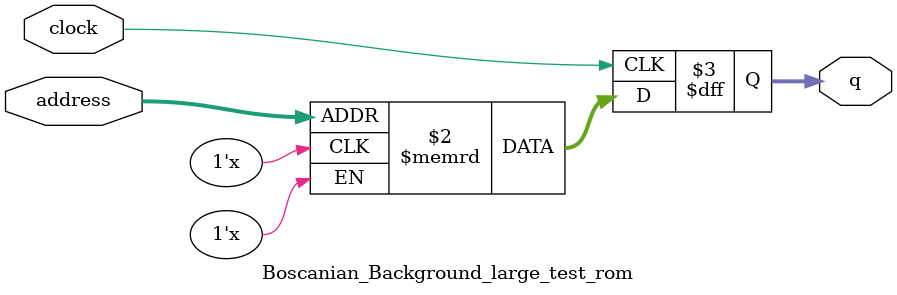
<source format=sv>
module Boscanian_Background_large_test_rom (
	input logic clock,
	input logic [19:0] address,
	output logic [2:0] q
);

logic [2:0] memory [0:691199] /* synthesis ram_init_file = "./Boscanian_Background_large_test/Boscanian_Background_large_test.mif" */;

always_ff @ (posedge clock) begin
	q <= memory[address];
end

endmodule

</source>
